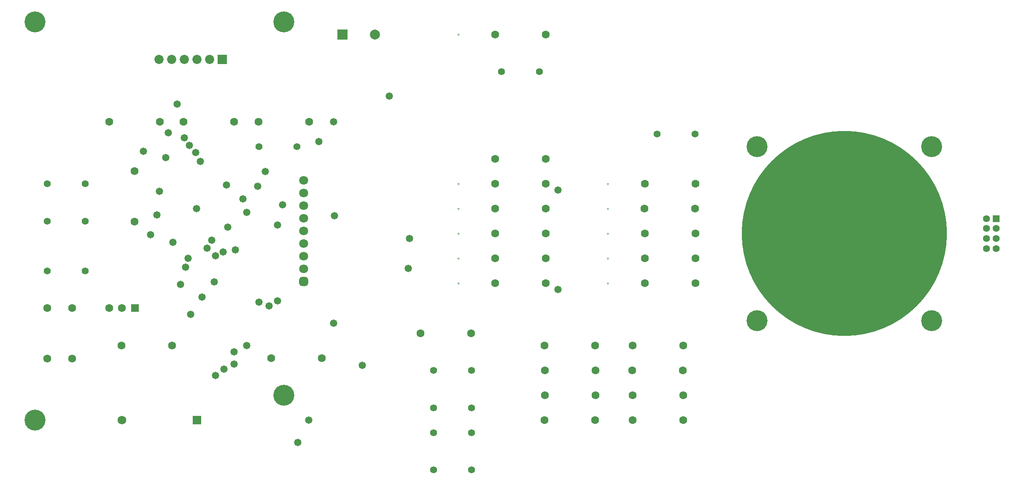
<source format=gbs>
G04*
G04 #@! TF.GenerationSoftware,Altium Limited,Altium Designer,21.8.1 (53)*
G04*
G04 Layer_Color=16711935*
%FSLAX43Y43*%
%MOMM*%
G71*
G04*
G04 #@! TF.SameCoordinates,254FD313-6811-457E-9EF1-8F19C8A8C8A9*
G04*
G04*
G04 #@! TF.FilePolarity,Negative*
G04*
G01*
G75*
%ADD14C,0.100*%
%ADD25C,1.603*%
%ADD26C,1.403*%
%ADD27R,1.403X1.403*%
%ADD28R,1.840X1.840*%
%ADD29C,1.840*%
%ADD30C,2.000*%
%ADD31R,2.000X2.000*%
%ADD32R,1.603X1.603*%
%ADD33C,1.803*%
G04:AMPARAMS|DCode=34|XSize=1.803mm|YSize=1.803mm|CornerRadius=0.502mm|HoleSize=0mm|Usage=FLASHONLY|Rotation=90.000|XOffset=0mm|YOffset=0mm|HoleType=Round|Shape=RoundedRectangle|*
%AMROUNDEDRECTD34*
21,1,1.803,0.800,0,0,90.0*
21,1,0.800,1.803,0,0,90.0*
1,1,1.003,0.400,0.400*
1,1,1.003,0.400,-0.400*
1,1,1.003,-0.400,-0.400*
1,1,1.003,-0.400,0.400*
%
%ADD34ROUNDEDRECTD34*%
%ADD35C,1.750*%
%ADD36R,1.750X1.750*%
%ADD37C,1.473*%
%ADD38C,41.203*%
%ADD39C,4.203*%
D14*
X120000Y57300D02*
Y57700D01*
X119800Y57500D02*
X120200D01*
X120000Y52300D02*
Y52700D01*
X119800Y52500D02*
X120200D01*
X120000Y47300D02*
Y47700D01*
X119800Y47500D02*
X120200D01*
X120000Y42300D02*
Y42700D01*
X119800Y42500D02*
X120200D01*
X90000Y92300D02*
Y92700D01*
X89800Y92500D02*
X90200D01*
X90000Y62300D02*
Y62700D01*
X89800Y62500D02*
X90200D01*
X90000Y42300D02*
Y42700D01*
X89800Y42500D02*
X90200D01*
X90000Y57300D02*
Y57700D01*
X89800Y57500D02*
X90200D01*
X90000Y52300D02*
Y52700D01*
X89800Y52500D02*
X90200D01*
X90000Y47300D02*
Y47700D01*
X89800Y47500D02*
X90200D01*
X120000Y62300D02*
Y62700D01*
X119800Y62500D02*
X120200D01*
D25*
X92580Y32500D02*
D03*
X82420D02*
D03*
X137500Y57500D02*
D03*
X127340D02*
D03*
X137580Y52500D02*
D03*
X127420D02*
D03*
X137580Y47500D02*
D03*
X127420D02*
D03*
X137580Y42500D02*
D03*
X127420D02*
D03*
X107340Y15000D02*
D03*
X117500D02*
D03*
X107420Y20000D02*
D03*
X117580D02*
D03*
X125000Y15000D02*
D03*
X135160D02*
D03*
X125000Y20000D02*
D03*
X135160D02*
D03*
X107580Y92500D02*
D03*
X97420D02*
D03*
X25000Y65080D02*
D03*
Y54920D02*
D03*
X107580Y62500D02*
D03*
X97420D02*
D03*
X107580Y42500D02*
D03*
X97420D02*
D03*
X107580Y57500D02*
D03*
X97420D02*
D03*
Y67500D02*
D03*
X107580D02*
D03*
Y52500D02*
D03*
X97420D02*
D03*
X107580Y47500D02*
D03*
X97420D02*
D03*
X107420Y25000D02*
D03*
X117580D02*
D03*
X137580Y62500D02*
D03*
X127420D02*
D03*
X124920Y25000D02*
D03*
X135080D02*
D03*
X107340Y30000D02*
D03*
X117500D02*
D03*
X60080Y75000D02*
D03*
X49920D02*
D03*
X125000Y30000D02*
D03*
X135160D02*
D03*
X7500Y37580D02*
D03*
Y27420D02*
D03*
X12500D02*
D03*
Y37580D02*
D03*
X32580Y30000D02*
D03*
X22420D02*
D03*
X45000Y75000D02*
D03*
X34840D02*
D03*
X30080D02*
D03*
X19920D02*
D03*
X52420Y27500D02*
D03*
X62580D02*
D03*
X19900Y37500D02*
D03*
X22500D02*
D03*
D26*
X196000Y51500D02*
D03*
Y53500D02*
D03*
Y49500D02*
D03*
Y55500D02*
D03*
X198000Y51500D02*
D03*
Y53500D02*
D03*
Y49500D02*
D03*
X106310Y85000D02*
D03*
X98690D02*
D03*
X85000Y17500D02*
D03*
X92620D02*
D03*
X85000Y12500D02*
D03*
X92620D02*
D03*
X85000Y5000D02*
D03*
X92620D02*
D03*
X7500Y55000D02*
D03*
X15120D02*
D03*
X7500Y62500D02*
D03*
X15120D02*
D03*
X137500Y72500D02*
D03*
X129880D02*
D03*
X57620Y70000D02*
D03*
X50000D02*
D03*
X92620Y25000D02*
D03*
X85000D02*
D03*
X15120Y45000D02*
D03*
X7500D02*
D03*
D27*
X198000Y55500D02*
D03*
D28*
X42580Y87500D02*
D03*
D29*
X40040D02*
D03*
X37500D02*
D03*
X34960D02*
D03*
X32420D02*
D03*
X29880D02*
D03*
D30*
X73250Y92500D02*
D03*
D31*
X66750D02*
D03*
D32*
X25100Y37500D02*
D03*
D33*
X59000Y63160D02*
D03*
Y60620D02*
D03*
Y58080D02*
D03*
Y53000D02*
D03*
Y47920D02*
D03*
Y45380D02*
D03*
Y50460D02*
D03*
Y55540D02*
D03*
D34*
Y42840D02*
D03*
D35*
X22500Y15000D02*
D03*
D36*
X37500D02*
D03*
D37*
X47500Y56750D02*
D03*
X46750Y59439D02*
D03*
X37484Y57500D02*
D03*
X40500Y51150D02*
D03*
X43500Y62250D02*
D03*
X33566Y78486D02*
D03*
X38234Y67000D02*
D03*
X37250Y68750D02*
D03*
X36000Y70250D02*
D03*
X35000Y71750D02*
D03*
X31750Y72750D02*
D03*
X31250Y67750D02*
D03*
X49750Y62000D02*
D03*
X51250Y65000D02*
D03*
X52000Y38000D02*
D03*
X53750Y39000D02*
D03*
Y54250D02*
D03*
X65130Y56069D02*
D03*
X65000Y34500D02*
D03*
Y75000D02*
D03*
X80000Y45500D02*
D03*
X80250Y51500D02*
D03*
X110000Y61250D02*
D03*
X62000Y71000D02*
D03*
X43750Y53766D02*
D03*
X42750Y48839D02*
D03*
X39586Y49531D02*
D03*
X50000Y38750D02*
D03*
X35734Y47500D02*
D03*
X35250Y45750D02*
D03*
X26750Y69000D02*
D03*
X29500Y56226D02*
D03*
X28250Y52250D02*
D03*
X30000Y61000D02*
D03*
X41000Y42750D02*
D03*
X38516Y39750D02*
D03*
X45250Y49250D02*
D03*
X41250Y48000D02*
D03*
X110000Y41250D02*
D03*
X54750Y58250D02*
D03*
X34250Y42250D02*
D03*
X45000Y28750D02*
D03*
X47500Y30000D02*
D03*
X70750Y26000D02*
D03*
X32750Y50750D02*
D03*
X45000Y26250D02*
D03*
X36250Y36250D02*
D03*
X43000Y25250D02*
D03*
X41250Y24000D02*
D03*
X60000Y15000D02*
D03*
X57810Y10533D02*
D03*
X76149Y80137D02*
D03*
D38*
X167500Y52500D02*
D03*
D39*
X150000Y35000D02*
D03*
X185000D02*
D03*
Y70000D02*
D03*
X150000D02*
D03*
X55000Y95000D02*
D03*
X5000D02*
D03*
X55000Y20000D02*
D03*
X5000Y15000D02*
D03*
M02*

</source>
